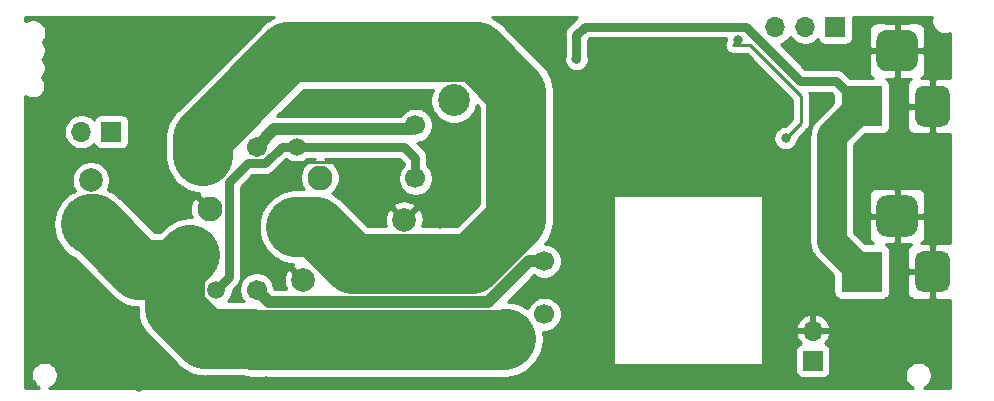
<source format=gbl>
G04 #@! TF.GenerationSoftware,KiCad,Pcbnew,(5.1.6-0-10_14)*
G04 #@! TF.CreationDate,2021-11-25T16:37:17+09:00*
G04 #@! TF.ProjectId,peltier+relay,70656c74-6965-4722-9b72-656c61792e6b,rev?*
G04 #@! TF.SameCoordinates,Original*
G04 #@! TF.FileFunction,Copper,L2,Bot*
G04 #@! TF.FilePolarity,Positive*
%FSLAX46Y46*%
G04 Gerber Fmt 4.6, Leading zero omitted, Abs format (unit mm)*
G04 Created by KiCad (PCBNEW (5.1.6-0-10_14)) date 2021-11-25 16:37:17*
%MOMM*%
%LPD*%
G01*
G04 APERTURE LIST*
G04 #@! TA.AperFunction,ComponentPad*
%ADD10C,2.000000*%
G04 #@! TD*
G04 #@! TA.AperFunction,ComponentPad*
%ADD11R,3.500000X3.500000*%
G04 #@! TD*
G04 #@! TA.AperFunction,ComponentPad*
%ADD12C,2.700000*%
G04 #@! TD*
G04 #@! TA.AperFunction,ComponentPad*
%ADD13C,1.700000*%
G04 #@! TD*
G04 #@! TA.AperFunction,ComponentPad*
%ADD14C,2.108200*%
G04 #@! TD*
G04 #@! TA.AperFunction,ComponentPad*
%ADD15C,2.006600*%
G04 #@! TD*
G04 #@! TA.AperFunction,ComponentPad*
%ADD16C,1.701800*%
G04 #@! TD*
G04 #@! TA.AperFunction,ComponentPad*
%ADD17C,1.498600*%
G04 #@! TD*
G04 #@! TA.AperFunction,ComponentPad*
%ADD18O,1.700000X1.700000*%
G04 #@! TD*
G04 #@! TA.AperFunction,ComponentPad*
%ADD19R,1.700000X1.700000*%
G04 #@! TD*
G04 #@! TA.AperFunction,ViaPad*
%ADD20C,0.800000*%
G04 #@! TD*
G04 #@! TA.AperFunction,Conductor*
%ADD21C,1.000000*%
G04 #@! TD*
G04 #@! TA.AperFunction,Conductor*
%ADD22C,0.750000*%
G04 #@! TD*
G04 #@! TA.AperFunction,Conductor*
%ADD23C,2.540000*%
G04 #@! TD*
G04 #@! TA.AperFunction,Conductor*
%ADD24C,5.080000*%
G04 #@! TD*
G04 #@! TA.AperFunction,Conductor*
%ADD25C,0.250000*%
G04 #@! TD*
G04 #@! TA.AperFunction,Conductor*
%ADD26C,0.254000*%
G04 #@! TD*
G04 APERTURE END LIST*
D10*
X104750000Y-99770000D03*
X104750000Y-96270000D03*
D11*
X170000000Y-104000000D03*
G04 #@! TA.AperFunction,ComponentPad*
G36*
G01*
X177500000Y-103000000D02*
X177500000Y-105000000D01*
G75*
G02*
X176750000Y-105750000I-750000J0D01*
G01*
X175250000Y-105750000D01*
G75*
G02*
X174500000Y-105000000I0J750000D01*
G01*
X174500000Y-103000000D01*
G75*
G02*
X175250000Y-102250000I750000J0D01*
G01*
X176750000Y-102250000D01*
G75*
G02*
X177500000Y-103000000I0J-750000D01*
G01*
G37*
G04 #@! TD.AperFunction*
G04 #@! TA.AperFunction,ComponentPad*
G36*
G01*
X174750000Y-98425000D02*
X174750000Y-100175000D01*
G75*
G02*
X173875000Y-101050000I-875000J0D01*
G01*
X172125000Y-101050000D01*
G75*
G02*
X171250000Y-100175000I0J875000D01*
G01*
X171250000Y-98425000D01*
G75*
G02*
X172125000Y-97550000I875000J0D01*
G01*
X173875000Y-97550000D01*
G75*
G02*
X174750000Y-98425000I0J-875000D01*
G01*
G37*
G04 #@! TD.AperFunction*
G04 #@! TA.AperFunction,ComponentPad*
G36*
G01*
X174750000Y-84425000D02*
X174750000Y-86175000D01*
G75*
G02*
X173875000Y-87050000I-875000J0D01*
G01*
X172125000Y-87050000D01*
G75*
G02*
X171250000Y-86175000I0J875000D01*
G01*
X171250000Y-84425000D01*
G75*
G02*
X172125000Y-83550000I875000J0D01*
G01*
X173875000Y-83550000D01*
G75*
G02*
X174750000Y-84425000I0J-875000D01*
G01*
G37*
G04 #@! TD.AperFunction*
G04 #@! TA.AperFunction,ComponentPad*
G36*
G01*
X177500000Y-89000000D02*
X177500000Y-91000000D01*
G75*
G02*
X176750000Y-91750000I-750000J0D01*
G01*
X175250000Y-91750000D01*
G75*
G02*
X174500000Y-91000000I0J750000D01*
G01*
X174500000Y-89000000D01*
G75*
G02*
X175250000Y-88250000I750000J0D01*
G01*
X176750000Y-88250000D01*
G75*
G02*
X177500000Y-89000000I0J-750000D01*
G01*
G37*
G04 #@! TD.AperFunction*
X170000000Y-90000000D03*
D12*
X139880000Y-109710000D03*
D13*
X143130000Y-107610000D03*
X143130000Y-103110000D03*
D10*
X140780000Y-99610000D03*
D12*
X135480000Y-89510000D03*
D13*
X132230000Y-91610000D03*
X132230000Y-96110000D03*
D10*
X131280000Y-99610000D03*
D14*
X114830000Y-98720000D03*
D15*
X114230000Y-94220000D03*
D16*
X118780000Y-93420000D03*
D17*
X122180000Y-93420000D03*
D14*
X124130000Y-96070000D03*
X122130000Y-100220000D03*
D15*
X122730000Y-104720000D03*
D16*
X118780000Y-105520000D03*
D17*
X115380000Y-105520000D03*
D14*
X113430000Y-102870000D03*
D18*
X162690010Y-83330008D03*
X165230010Y-83330008D03*
D19*
X167770010Y-83330008D03*
D18*
X103940000Y-92160000D03*
D19*
X106480000Y-92160000D03*
D18*
X165879400Y-108996100D03*
D19*
X165879400Y-111536100D03*
D20*
X145860000Y-86010000D03*
X101000000Y-100790000D03*
X99700000Y-103110000D03*
X100720000Y-106740000D03*
X99730000Y-113490000D03*
X99840000Y-110160000D03*
X104200000Y-113500000D03*
X102790000Y-110840000D03*
X104870000Y-108190000D03*
X106740000Y-110780000D03*
X108860000Y-113750000D03*
X114140000Y-113350000D03*
X119600000Y-113240000D03*
X126430000Y-113440000D03*
X133750000Y-113310000D03*
X140290000Y-113430000D03*
X147050000Y-113480000D03*
X118520000Y-97210000D03*
X164950000Y-98940000D03*
X164180000Y-101380000D03*
X165370000Y-103700000D03*
X163760000Y-106490000D03*
X162630000Y-109220000D03*
X176480000Y-113030000D03*
X175170000Y-107320000D03*
X175830000Y-109940000D03*
X171760000Y-108240000D03*
X173150000Y-112070000D03*
X173150000Y-109990000D03*
X168580000Y-112970000D03*
X168803900Y-108996100D03*
X170000000Y-111300000D03*
X170435000Y-94985000D03*
X175380990Y-96219010D03*
X175380990Y-93999010D03*
X169900000Y-99500000D03*
X129900000Y-95400000D03*
X128000000Y-98700000D03*
X107600000Y-95500000D03*
X107750000Y-107900000D03*
X110000000Y-110800000D03*
X110742365Y-99942365D03*
X112530000Y-98720000D03*
X110700000Y-95700000D03*
X108750000Y-97450000D03*
X103200000Y-104200000D03*
X105450000Y-105900000D03*
X129635000Y-97965000D03*
X134300000Y-99950000D03*
X146900000Y-109300000D03*
X144100000Y-110300000D03*
X163568000Y-92702000D03*
X159550000Y-84425000D03*
D21*
X141862066Y-103110000D02*
X143130000Y-103110000D01*
X119850011Y-106590011D02*
X138382055Y-106590011D01*
X138382055Y-106590011D02*
X141862066Y-103110000D01*
X118780000Y-105520000D02*
X119850011Y-106590011D01*
D22*
X122180000Y-93420000D02*
X131280000Y-93420000D01*
X132230000Y-94370000D02*
X132230000Y-96110000D01*
X131280000Y-93420000D02*
X132230000Y-94370000D01*
X120890334Y-93420000D02*
X122180000Y-93420000D01*
X119464433Y-94845901D02*
X120890334Y-93420000D01*
X118009388Y-94845901D02*
X119464433Y-94845901D01*
X116459101Y-96396188D02*
X118009388Y-94845901D01*
X116459101Y-104440899D02*
X116459101Y-96396188D01*
X115380000Y-105520000D02*
X116459101Y-104440899D01*
D23*
X170000000Y-90000000D02*
X167489760Y-92510240D01*
X167489760Y-101489760D02*
X170000000Y-104000000D01*
X167489760Y-92510240D02*
X167489760Y-101489760D01*
D22*
X145860000Y-83954999D02*
X145860000Y-86010000D01*
X146560000Y-83254999D02*
X145860000Y-83954999D01*
X164797000Y-87835000D02*
X160216999Y-83254999D01*
X160216999Y-83254999D02*
X146560000Y-83254999D01*
X167835000Y-87835000D02*
X164797000Y-87835000D01*
X170000000Y-90000000D02*
X167835000Y-87835000D01*
D21*
X131869301Y-91970699D02*
X132230000Y-91610000D01*
X120229301Y-91970699D02*
X131869301Y-91970699D01*
X118780000Y-93420000D02*
X120229301Y-91970699D01*
D24*
X111890699Y-103845135D02*
X113147917Y-102587917D01*
X114405834Y-109710000D02*
X111890699Y-107194865D01*
X111890699Y-107194865D02*
X111890699Y-103845135D01*
X104990001Y-100010001D02*
X104750000Y-100010001D01*
X108825135Y-103845135D02*
X104990001Y-100010001D01*
X111890699Y-103845135D02*
X108825135Y-103845135D01*
X118387934Y-109710000D02*
X118507955Y-109830021D01*
X114405834Y-109710000D02*
X118387934Y-109710000D01*
X139759979Y-109830021D02*
X139880000Y-109710000D01*
X118507955Y-109830021D02*
X139759979Y-109830021D01*
X123770086Y-100220000D02*
X122130000Y-100220000D01*
X126900087Y-103350001D02*
X123770086Y-100220000D01*
X137039999Y-103350001D02*
X126900087Y-103350001D01*
X140780000Y-99610000D02*
X137039999Y-103350001D01*
X140780000Y-88756798D02*
X140780000Y-99610000D01*
X137443201Y-85419999D02*
X140780000Y-88756798D01*
X114230000Y-92655466D02*
X121465467Y-85419999D01*
X121465467Y-85419999D02*
X137443201Y-85419999D01*
X114230000Y-94220000D02*
X114230000Y-92655466D01*
D25*
X121949101Y-94690899D02*
X121050000Y-95590000D01*
X126360899Y-94690899D02*
X121949101Y-94690899D01*
X131280000Y-99610000D02*
X129635000Y-97965000D01*
X129635000Y-97965000D02*
X126360899Y-94690899D01*
X164875000Y-89125000D02*
X160575000Y-84825000D01*
X164875000Y-91395000D02*
X164875000Y-89125000D01*
X159150000Y-84825000D02*
X159550000Y-84425000D01*
X160575000Y-84825000D02*
X159150000Y-84825000D01*
X163568000Y-92702000D02*
X164875000Y-91395000D01*
D26*
G36*
X119692997Y-82767310D02*
G01*
X119209540Y-83164072D01*
X119110110Y-83285228D01*
X112095229Y-90300110D01*
X111974074Y-90399539D01*
X111577311Y-90882996D01*
X111282490Y-91434567D01*
X111100940Y-92033057D01*
X111062375Y-92424615D01*
X111039638Y-92655466D01*
X111055000Y-92811436D01*
X111055000Y-94375972D01*
X111100940Y-94842408D01*
X111282490Y-95440898D01*
X111577311Y-95992469D01*
X111974073Y-96475927D01*
X112457530Y-96872689D01*
X113009101Y-97167510D01*
X113607591Y-97349060D01*
X113899362Y-97377797D01*
X113835616Y-97546010D01*
X114830000Y-98540395D01*
X114844143Y-98526253D01*
X115023748Y-98705858D01*
X115009605Y-98720000D01*
X115023748Y-98734142D01*
X114844143Y-98913748D01*
X114830000Y-98899605D01*
X114815858Y-98913748D01*
X114636252Y-98734142D01*
X114650395Y-98720000D01*
X113656010Y-97725616D01*
X113386078Y-97827910D01*
X113239785Y-98126746D01*
X113154602Y-98448380D01*
X113133805Y-98780453D01*
X113178191Y-99110203D01*
X113281161Y-99410678D01*
X113147917Y-99397555D01*
X112525508Y-99458857D01*
X111927018Y-99640407D01*
X111375448Y-99935228D01*
X111013143Y-100232564D01*
X110575572Y-100670135D01*
X110140263Y-100670135D01*
X107345362Y-97875235D01*
X107245928Y-97754074D01*
X106762471Y-97357312D01*
X106210900Y-97062491D01*
X106190922Y-97056431D01*
X106198918Y-97044463D01*
X106322168Y-96746912D01*
X106385000Y-96431033D01*
X106385000Y-96108967D01*
X106322168Y-95793088D01*
X106198918Y-95495537D01*
X106019987Y-95227748D01*
X105792252Y-95000013D01*
X105524463Y-94821082D01*
X105226912Y-94697832D01*
X104911033Y-94635000D01*
X104588967Y-94635000D01*
X104273088Y-94697832D01*
X103975537Y-94821082D01*
X103707748Y-95000013D01*
X103480013Y-95227748D01*
X103301082Y-95495537D01*
X103177832Y-95793088D01*
X103115000Y-96108967D01*
X103115000Y-96431033D01*
X103177832Y-96746912D01*
X103301082Y-97044463D01*
X103369964Y-97147552D01*
X102977530Y-97357312D01*
X102494073Y-97754074D01*
X102097311Y-98237531D01*
X101802490Y-98789102D01*
X101620940Y-99387592D01*
X101559638Y-100010001D01*
X101620940Y-100632410D01*
X101802490Y-101230900D01*
X102097311Y-101782471D01*
X102494073Y-102265928D01*
X102977530Y-102662690D01*
X103353550Y-102863677D01*
X106469778Y-105979906D01*
X106569208Y-106101062D01*
X106936439Y-106402440D01*
X107052665Y-106497824D01*
X107604236Y-106792645D01*
X108202726Y-106974195D01*
X108715699Y-107024718D01*
X108715699Y-107038895D01*
X108700337Y-107194865D01*
X108715699Y-107350835D01*
X108715699Y-107350837D01*
X108761639Y-107817273D01*
X108943189Y-108415763D01*
X109238010Y-108967334D01*
X109634772Y-109450792D01*
X109755933Y-109550226D01*
X112050477Y-111844771D01*
X112149907Y-111965927D01*
X112633364Y-112362689D01*
X113184935Y-112657510D01*
X113783425Y-112839060D01*
X114249861Y-112885000D01*
X114249863Y-112885000D01*
X114405833Y-112900362D01*
X114561803Y-112885000D01*
X117641334Y-112885000D01*
X117885546Y-112959081D01*
X118351982Y-113005021D01*
X118351984Y-113005021D01*
X118507954Y-113020383D01*
X118663924Y-113005021D01*
X139604009Y-113005021D01*
X139759979Y-113020383D01*
X139915949Y-113005021D01*
X139915952Y-113005021D01*
X140382388Y-112959081D01*
X140980878Y-112777531D01*
X141532449Y-112482710D01*
X142015906Y-112085948D01*
X142115340Y-111964787D01*
X142235353Y-111844774D01*
X142532688Y-111482470D01*
X142827510Y-110930898D01*
X143009059Y-110332409D01*
X143070362Y-109710001D01*
X143009789Y-109095000D01*
X143276260Y-109095000D01*
X143563158Y-109037932D01*
X143833411Y-108925990D01*
X144076632Y-108763475D01*
X144283475Y-108556632D01*
X144445990Y-108313411D01*
X144557932Y-108043158D01*
X144615000Y-107756260D01*
X144615000Y-107463740D01*
X144557932Y-107176842D01*
X144445990Y-106906589D01*
X144283475Y-106663368D01*
X144076632Y-106456525D01*
X143833411Y-106294010D01*
X143563158Y-106182068D01*
X143276260Y-106125000D01*
X142983740Y-106125000D01*
X142696842Y-106182068D01*
X142426589Y-106294010D01*
X142183368Y-106456525D01*
X141976525Y-106663368D01*
X141814010Y-106906589D01*
X141726435Y-107118014D01*
X141652469Y-107057312D01*
X141100898Y-106762490D01*
X140502408Y-106580941D01*
X140041639Y-106535558D01*
X142261510Y-104315688D01*
X142426589Y-104425990D01*
X142696842Y-104537932D01*
X142983740Y-104595000D01*
X143276260Y-104595000D01*
X143563158Y-104537932D01*
X143833411Y-104425990D01*
X144076632Y-104263475D01*
X144283475Y-104056632D01*
X144445990Y-103813411D01*
X144557932Y-103543158D01*
X144615000Y-103256260D01*
X144615000Y-102963740D01*
X144557932Y-102676842D01*
X144445990Y-102406589D01*
X144283475Y-102163368D01*
X144076632Y-101956525D01*
X143833411Y-101794010D01*
X143563158Y-101682068D01*
X143276260Y-101625000D01*
X143233650Y-101625000D01*
X143314692Y-101526250D01*
X143432689Y-101382471D01*
X143727510Y-100830899D01*
X143732197Y-100815447D01*
X143909060Y-100232409D01*
X143955000Y-99765973D01*
X143955000Y-99765971D01*
X143970362Y-99610001D01*
X143955000Y-99454031D01*
X143955000Y-97655000D01*
X148963000Y-97655000D01*
X148963000Y-111752000D01*
X148965440Y-111776776D01*
X148972667Y-111800601D01*
X148984403Y-111822557D01*
X149000197Y-111841803D01*
X149019443Y-111857597D01*
X149041399Y-111869333D01*
X149065224Y-111876560D01*
X149090000Y-111879000D01*
X161536000Y-111879000D01*
X161560776Y-111876560D01*
X161584601Y-111869333D01*
X161606557Y-111857597D01*
X161625803Y-111841803D01*
X161641597Y-111822557D01*
X161653333Y-111800601D01*
X161660560Y-111776776D01*
X161663000Y-111752000D01*
X161663000Y-110686100D01*
X164391328Y-110686100D01*
X164391328Y-112386100D01*
X164403588Y-112510582D01*
X164439898Y-112630280D01*
X164498863Y-112740594D01*
X164578215Y-112837285D01*
X164674906Y-112916637D01*
X164785220Y-112975602D01*
X164904918Y-113011912D01*
X165029400Y-113024172D01*
X166729400Y-113024172D01*
X166853882Y-113011912D01*
X166973580Y-112975602D01*
X167083894Y-112916637D01*
X167180585Y-112837285D01*
X167259937Y-112740594D01*
X167318902Y-112630280D01*
X167355212Y-112510582D01*
X167367472Y-112386100D01*
X167367472Y-110686100D01*
X167355212Y-110561618D01*
X167318902Y-110441920D01*
X167259937Y-110331606D01*
X167180585Y-110234915D01*
X167083894Y-110155563D01*
X166973580Y-110096598D01*
X166892934Y-110072134D01*
X166976988Y-109996369D01*
X167151041Y-109763020D01*
X167276225Y-109500199D01*
X167320876Y-109352990D01*
X167199555Y-109123100D01*
X166006400Y-109123100D01*
X166006400Y-109143100D01*
X165752400Y-109143100D01*
X165752400Y-109123100D01*
X164559245Y-109123100D01*
X164437924Y-109352990D01*
X164482575Y-109500199D01*
X164607759Y-109763020D01*
X164781812Y-109996369D01*
X164865866Y-110072134D01*
X164785220Y-110096598D01*
X164674906Y-110155563D01*
X164578215Y-110234915D01*
X164498863Y-110331606D01*
X164439898Y-110441920D01*
X164403588Y-110561618D01*
X164391328Y-110686100D01*
X161663000Y-110686100D01*
X161663000Y-108639210D01*
X164437924Y-108639210D01*
X164559245Y-108869100D01*
X165752400Y-108869100D01*
X165752400Y-107675286D01*
X166006400Y-107675286D01*
X166006400Y-108869100D01*
X167199555Y-108869100D01*
X167320876Y-108639210D01*
X167276225Y-108492001D01*
X167151041Y-108229180D01*
X166976988Y-107995831D01*
X166760755Y-107800922D01*
X166510652Y-107651943D01*
X166236291Y-107554619D01*
X166006400Y-107675286D01*
X165752400Y-107675286D01*
X165522509Y-107554619D01*
X165248148Y-107651943D01*
X164998045Y-107800922D01*
X164781812Y-107995831D01*
X164607759Y-108229180D01*
X164482575Y-108492001D01*
X164437924Y-108639210D01*
X161663000Y-108639210D01*
X161663000Y-97655000D01*
X161660560Y-97630224D01*
X161653333Y-97606399D01*
X161641597Y-97584443D01*
X161625803Y-97565197D01*
X161606557Y-97549403D01*
X161584601Y-97537667D01*
X161560776Y-97530440D01*
X161536000Y-97528000D01*
X149090000Y-97528000D01*
X149065224Y-97530440D01*
X149041399Y-97537667D01*
X149019443Y-97549403D01*
X149000197Y-97565197D01*
X148984403Y-97584443D01*
X148972667Y-97606399D01*
X148965440Y-97630224D01*
X148963000Y-97655000D01*
X143955000Y-97655000D01*
X143955000Y-88912767D01*
X143970362Y-88756797D01*
X143954426Y-88594999D01*
X143909060Y-88134389D01*
X143727510Y-87535899D01*
X143432689Y-86984328D01*
X143035927Y-86500871D01*
X142914772Y-86401442D01*
X139798562Y-83285233D01*
X139699128Y-83164072D01*
X139215671Y-82767310D01*
X138668798Y-82475000D01*
X145918361Y-82475000D01*
X145842367Y-82537366D01*
X145810743Y-82575900D01*
X145180905Y-83205739D01*
X145142367Y-83237366D01*
X145016153Y-83391159D01*
X144922369Y-83566619D01*
X144922368Y-83566620D01*
X144864615Y-83757005D01*
X144845114Y-83954999D01*
X144850000Y-84004607D01*
X144850001Y-85782372D01*
X144825000Y-85908061D01*
X144825000Y-86111939D01*
X144864774Y-86311898D01*
X144942795Y-86500256D01*
X145056063Y-86669774D01*
X145200226Y-86813937D01*
X145369744Y-86927205D01*
X145558102Y-87005226D01*
X145758061Y-87045000D01*
X145961939Y-87045000D01*
X146161898Y-87005226D01*
X146350256Y-86927205D01*
X146519774Y-86813937D01*
X146663937Y-86669774D01*
X146777205Y-86500256D01*
X146855226Y-86311898D01*
X146895000Y-86111939D01*
X146895000Y-85908061D01*
X146870000Y-85782377D01*
X146870000Y-84373354D01*
X146978356Y-84264999D01*
X158526549Y-84264999D01*
X158515000Y-84323061D01*
X158515000Y-84400773D01*
X158444454Y-84532753D01*
X158400997Y-84676014D01*
X158386323Y-84825000D01*
X158400997Y-84973986D01*
X158444454Y-85117247D01*
X158515026Y-85249276D01*
X158609999Y-85365001D01*
X158725724Y-85459974D01*
X158857753Y-85530546D01*
X159001014Y-85574003D01*
X159112667Y-85585000D01*
X159112678Y-85585000D01*
X159150000Y-85588676D01*
X159187322Y-85585000D01*
X160260199Y-85585000D01*
X164115001Y-89439803D01*
X164115000Y-91080198D01*
X163528199Y-91667000D01*
X163466061Y-91667000D01*
X163266102Y-91706774D01*
X163077744Y-91784795D01*
X162908226Y-91898063D01*
X162764063Y-92042226D01*
X162650795Y-92211744D01*
X162572774Y-92400102D01*
X162533000Y-92600061D01*
X162533000Y-92803939D01*
X162572774Y-93003898D01*
X162650795Y-93192256D01*
X162764063Y-93361774D01*
X162908226Y-93505937D01*
X163077744Y-93619205D01*
X163266102Y-93697226D01*
X163466061Y-93737000D01*
X163669939Y-93737000D01*
X163869898Y-93697226D01*
X164058256Y-93619205D01*
X164227774Y-93505937D01*
X164371937Y-93361774D01*
X164485205Y-93192256D01*
X164563226Y-93003898D01*
X164603000Y-92803939D01*
X164603000Y-92741801D01*
X165386004Y-91958798D01*
X165415001Y-91935001D01*
X165445315Y-91898063D01*
X165509974Y-91819277D01*
X165580546Y-91687247D01*
X165603978Y-91610001D01*
X165624003Y-91543986D01*
X165635000Y-91432333D01*
X165635000Y-91432324D01*
X165638676Y-91395001D01*
X165635000Y-91357678D01*
X165635000Y-89162322D01*
X165638676Y-89124999D01*
X165635000Y-89087676D01*
X165635000Y-89087667D01*
X165624003Y-88976014D01*
X165584261Y-88845000D01*
X167416645Y-88845000D01*
X167611928Y-89040283D01*
X167611928Y-89693996D01*
X166208905Y-91097020D01*
X166136204Y-91156684D01*
X165898147Y-91446758D01*
X165721254Y-91777702D01*
X165612324Y-92136796D01*
X165591843Y-92344744D01*
X165575543Y-92510240D01*
X165584760Y-92603820D01*
X165584761Y-101396171D01*
X165575543Y-101489760D01*
X165612325Y-101863205D01*
X165721255Y-102222299D01*
X165898147Y-102553242D01*
X165956411Y-102624236D01*
X166136205Y-102843316D01*
X166208900Y-102902975D01*
X167611928Y-104306004D01*
X167611928Y-105750000D01*
X167624188Y-105874482D01*
X167660498Y-105994180D01*
X167719463Y-106104494D01*
X167798815Y-106201185D01*
X167895506Y-106280537D01*
X168005820Y-106339502D01*
X168125518Y-106375812D01*
X168250000Y-106388072D01*
X171750000Y-106388072D01*
X171874482Y-106375812D01*
X171994180Y-106339502D01*
X172104494Y-106280537D01*
X172201185Y-106201185D01*
X172280537Y-106104494D01*
X172339502Y-105994180D01*
X172375812Y-105874482D01*
X172388072Y-105750000D01*
X173861928Y-105750000D01*
X173874188Y-105874482D01*
X173910498Y-105994180D01*
X173969463Y-106104494D01*
X174048815Y-106201185D01*
X174145506Y-106280537D01*
X174255820Y-106339502D01*
X174375518Y-106375812D01*
X174500000Y-106388072D01*
X175714250Y-106385000D01*
X175873000Y-106226250D01*
X175873000Y-104127000D01*
X174023750Y-104127000D01*
X173865000Y-104285750D01*
X173861928Y-105750000D01*
X172388072Y-105750000D01*
X172388072Y-102250000D01*
X172375812Y-102125518D01*
X172339502Y-102005820D01*
X172280537Y-101895506D01*
X172201185Y-101798815D01*
X172104494Y-101719463D01*
X172042655Y-101686409D01*
X172714250Y-101685000D01*
X172873000Y-101526250D01*
X172873000Y-99427000D01*
X173127000Y-99427000D01*
X173127000Y-101526250D01*
X173285750Y-101685000D01*
X174206367Y-101686931D01*
X174145506Y-101719463D01*
X174048815Y-101798815D01*
X173969463Y-101895506D01*
X173910498Y-102005820D01*
X173874188Y-102125518D01*
X173861928Y-102250000D01*
X173865000Y-103714250D01*
X174023750Y-103873000D01*
X175873000Y-103873000D01*
X175873000Y-101773750D01*
X175714250Y-101615000D01*
X175043195Y-101613302D01*
X175104494Y-101580537D01*
X175201185Y-101501185D01*
X175280537Y-101404494D01*
X175339502Y-101294180D01*
X175375812Y-101174482D01*
X175388072Y-101050000D01*
X175385000Y-99585750D01*
X175226250Y-99427000D01*
X173127000Y-99427000D01*
X172873000Y-99427000D01*
X170773750Y-99427000D01*
X170615000Y-99585750D01*
X170611928Y-101050000D01*
X170624188Y-101174482D01*
X170660498Y-101294180D01*
X170719463Y-101404494D01*
X170798815Y-101501185D01*
X170895506Y-101580537D01*
X170954233Y-101611928D01*
X170306004Y-101611928D01*
X169394760Y-100700685D01*
X169394760Y-97550000D01*
X170611928Y-97550000D01*
X170615000Y-99014250D01*
X170773750Y-99173000D01*
X172873000Y-99173000D01*
X172873000Y-97073750D01*
X173127000Y-97073750D01*
X173127000Y-99173000D01*
X175226250Y-99173000D01*
X175385000Y-99014250D01*
X175388072Y-97550000D01*
X175375812Y-97425518D01*
X175339502Y-97305820D01*
X175280537Y-97195506D01*
X175201185Y-97098815D01*
X175104494Y-97019463D01*
X174994180Y-96960498D01*
X174874482Y-96924188D01*
X174750000Y-96911928D01*
X173285750Y-96915000D01*
X173127000Y-97073750D01*
X172873000Y-97073750D01*
X172714250Y-96915000D01*
X171250000Y-96911928D01*
X171125518Y-96924188D01*
X171005820Y-96960498D01*
X170895506Y-97019463D01*
X170798815Y-97098815D01*
X170719463Y-97195506D01*
X170660498Y-97305820D01*
X170624188Y-97425518D01*
X170611928Y-97550000D01*
X169394760Y-97550000D01*
X169394760Y-93299315D01*
X170306004Y-92388072D01*
X171750000Y-92388072D01*
X171874482Y-92375812D01*
X171994180Y-92339502D01*
X172104494Y-92280537D01*
X172201185Y-92201185D01*
X172280537Y-92104494D01*
X172339502Y-91994180D01*
X172375812Y-91874482D01*
X172388072Y-91750000D01*
X173861928Y-91750000D01*
X173874188Y-91874482D01*
X173910498Y-91994180D01*
X173969463Y-92104494D01*
X174048815Y-92201185D01*
X174145506Y-92280537D01*
X174255820Y-92339502D01*
X174375518Y-92375812D01*
X174500000Y-92388072D01*
X175714250Y-92385000D01*
X175873000Y-92226250D01*
X175873000Y-90127000D01*
X174023750Y-90127000D01*
X173865000Y-90285750D01*
X173861928Y-91750000D01*
X172388072Y-91750000D01*
X172388072Y-88250000D01*
X172375812Y-88125518D01*
X172339502Y-88005820D01*
X172280537Y-87895506D01*
X172201185Y-87798815D01*
X172104494Y-87719463D01*
X172042655Y-87686409D01*
X172714250Y-87685000D01*
X172873000Y-87526250D01*
X172873000Y-85427000D01*
X173127000Y-85427000D01*
X173127000Y-87526250D01*
X173285750Y-87685000D01*
X174206367Y-87686931D01*
X174145506Y-87719463D01*
X174048815Y-87798815D01*
X173969463Y-87895506D01*
X173910498Y-88005820D01*
X173874188Y-88125518D01*
X173861928Y-88250000D01*
X173865000Y-89714250D01*
X174023750Y-89873000D01*
X175873000Y-89873000D01*
X175873000Y-87773750D01*
X175714250Y-87615000D01*
X175043195Y-87613302D01*
X175104494Y-87580537D01*
X175201185Y-87501185D01*
X175280537Y-87404494D01*
X175339502Y-87294180D01*
X175375812Y-87174482D01*
X175388072Y-87050000D01*
X175385000Y-85585750D01*
X175226250Y-85427000D01*
X173127000Y-85427000D01*
X172873000Y-85427000D01*
X170773750Y-85427000D01*
X170615000Y-85585750D01*
X170611928Y-87050000D01*
X170624188Y-87174482D01*
X170660498Y-87294180D01*
X170719463Y-87404494D01*
X170798815Y-87501185D01*
X170895506Y-87580537D01*
X170954233Y-87611928D01*
X169040283Y-87611928D01*
X168584261Y-87155906D01*
X168552633Y-87117367D01*
X168398840Y-86991153D01*
X168223380Y-86897368D01*
X168032994Y-86839615D01*
X167884608Y-86825000D01*
X167835000Y-86820114D01*
X167785392Y-86825000D01*
X165215356Y-86825000D01*
X163140936Y-84750580D01*
X163393421Y-84645998D01*
X163636642Y-84483483D01*
X163843485Y-84276640D01*
X163960010Y-84102248D01*
X164076535Y-84276640D01*
X164283378Y-84483483D01*
X164526599Y-84645998D01*
X164796852Y-84757940D01*
X165083750Y-84815008D01*
X165376270Y-84815008D01*
X165663168Y-84757940D01*
X165933421Y-84645998D01*
X166176642Y-84483483D01*
X166308497Y-84351628D01*
X166330508Y-84424188D01*
X166389473Y-84534502D01*
X166468825Y-84631193D01*
X166565516Y-84710545D01*
X166675830Y-84769510D01*
X166795528Y-84805820D01*
X166920010Y-84818080D01*
X168620010Y-84818080D01*
X168744492Y-84805820D01*
X168864190Y-84769510D01*
X168974504Y-84710545D01*
X169071195Y-84631193D01*
X169150547Y-84534502D01*
X169209512Y-84424188D01*
X169245822Y-84304490D01*
X169258082Y-84180008D01*
X169258082Y-83550000D01*
X170611928Y-83550000D01*
X170615000Y-85014250D01*
X170773750Y-85173000D01*
X172873000Y-85173000D01*
X172873000Y-83073750D01*
X173127000Y-83073750D01*
X173127000Y-85173000D01*
X175226250Y-85173000D01*
X175385000Y-85014250D01*
X175388072Y-83550000D01*
X175375812Y-83425518D01*
X175339502Y-83305820D01*
X175280537Y-83195506D01*
X175201185Y-83098815D01*
X175104494Y-83019463D01*
X174994180Y-82960498D01*
X174874482Y-82924188D01*
X174750000Y-82911928D01*
X173285750Y-82915000D01*
X173127000Y-83073750D01*
X172873000Y-83073750D01*
X172714250Y-82915000D01*
X171250000Y-82911928D01*
X171125518Y-82924188D01*
X171005820Y-82960498D01*
X170895506Y-83019463D01*
X170798815Y-83098815D01*
X170719463Y-83195506D01*
X170660498Y-83305820D01*
X170624188Y-83425518D01*
X170611928Y-83550000D01*
X169258082Y-83550000D01*
X169258082Y-82480008D01*
X169257589Y-82475000D01*
X175946722Y-82475000D01*
X175910562Y-82656790D01*
X175910562Y-82883210D01*
X175954734Y-83105279D01*
X176041381Y-83314463D01*
X176167173Y-83502724D01*
X176327276Y-83662827D01*
X176515537Y-83788619D01*
X176724721Y-83875266D01*
X176946790Y-83919438D01*
X177173210Y-83919438D01*
X177395279Y-83875266D01*
X177486000Y-83837688D01*
X177486000Y-87611963D01*
X176285750Y-87615000D01*
X176127000Y-87773750D01*
X176127000Y-89873000D01*
X176147000Y-89873000D01*
X176147000Y-90127000D01*
X176127000Y-90127000D01*
X176127000Y-92226250D01*
X176285750Y-92385000D01*
X177486000Y-92388037D01*
X177486001Y-101611963D01*
X176285750Y-101615000D01*
X176127000Y-101773750D01*
X176127000Y-103873000D01*
X176147000Y-103873000D01*
X176147000Y-104127000D01*
X176127000Y-104127000D01*
X176127000Y-106226250D01*
X176285750Y-106385000D01*
X177486001Y-106388037D01*
X177486001Y-113835000D01*
X175242490Y-113835000D01*
X175354463Y-113788619D01*
X175542724Y-113662827D01*
X175702827Y-113502724D01*
X175828619Y-113314463D01*
X175915266Y-113105279D01*
X175959438Y-112883210D01*
X175959438Y-112656790D01*
X175915266Y-112434721D01*
X175828619Y-112225537D01*
X175702827Y-112037276D01*
X175542724Y-111877173D01*
X175354463Y-111751381D01*
X175145279Y-111664734D01*
X174923210Y-111620562D01*
X174696790Y-111620562D01*
X174474721Y-111664734D01*
X174265537Y-111751381D01*
X174077276Y-111877173D01*
X173917173Y-112037276D01*
X173791381Y-112225537D01*
X173704734Y-112434721D01*
X173660562Y-112656790D01*
X173660562Y-112883210D01*
X173704734Y-113105279D01*
X173791381Y-113314463D01*
X173917173Y-113502724D01*
X174077276Y-113662827D01*
X174265537Y-113788619D01*
X174377510Y-113835000D01*
X101242490Y-113835000D01*
X101354463Y-113788619D01*
X101542724Y-113662827D01*
X101702827Y-113502724D01*
X101828619Y-113314463D01*
X101915266Y-113105279D01*
X101959438Y-112883210D01*
X101959438Y-112656790D01*
X101915266Y-112434721D01*
X101828619Y-112225537D01*
X101702827Y-112037276D01*
X101542724Y-111877173D01*
X101354463Y-111751381D01*
X101145279Y-111664734D01*
X100923210Y-111620562D01*
X100696790Y-111620562D01*
X100474721Y-111664734D01*
X100265537Y-111751381D01*
X100077276Y-111877173D01*
X99917173Y-112037276D01*
X99791381Y-112225537D01*
X99704734Y-112434721D01*
X99660562Y-112656790D01*
X99660562Y-112883210D01*
X99704734Y-113105279D01*
X99791381Y-113314463D01*
X99917173Y-113502724D01*
X100077276Y-113662827D01*
X100265537Y-113788619D01*
X100377510Y-113835000D01*
X99185000Y-113835000D01*
X99185000Y-92013740D01*
X102455000Y-92013740D01*
X102455000Y-92306260D01*
X102512068Y-92593158D01*
X102624010Y-92863411D01*
X102786525Y-93106632D01*
X102993368Y-93313475D01*
X103236589Y-93475990D01*
X103506842Y-93587932D01*
X103793740Y-93645000D01*
X104086260Y-93645000D01*
X104373158Y-93587932D01*
X104643411Y-93475990D01*
X104886632Y-93313475D01*
X105018487Y-93181620D01*
X105040498Y-93254180D01*
X105099463Y-93364494D01*
X105178815Y-93461185D01*
X105275506Y-93540537D01*
X105385820Y-93599502D01*
X105505518Y-93635812D01*
X105630000Y-93648072D01*
X107330000Y-93648072D01*
X107454482Y-93635812D01*
X107574180Y-93599502D01*
X107684494Y-93540537D01*
X107781185Y-93461185D01*
X107860537Y-93364494D01*
X107919502Y-93254180D01*
X107955812Y-93134482D01*
X107968072Y-93010000D01*
X107968072Y-91310000D01*
X107955812Y-91185518D01*
X107919502Y-91065820D01*
X107860537Y-90955506D01*
X107781185Y-90858815D01*
X107684494Y-90779463D01*
X107574180Y-90720498D01*
X107454482Y-90684188D01*
X107330000Y-90671928D01*
X105630000Y-90671928D01*
X105505518Y-90684188D01*
X105385820Y-90720498D01*
X105275506Y-90779463D01*
X105178815Y-90858815D01*
X105099463Y-90955506D01*
X105040498Y-91065820D01*
X105018487Y-91138380D01*
X104886632Y-91006525D01*
X104643411Y-90844010D01*
X104373158Y-90732068D01*
X104086260Y-90675000D01*
X103793740Y-90675000D01*
X103506842Y-90732068D01*
X103236589Y-90844010D01*
X102993368Y-91006525D01*
X102786525Y-91213368D01*
X102624010Y-91456589D01*
X102512068Y-91726842D01*
X102455000Y-92013740D01*
X99185000Y-92013740D01*
X99185000Y-89145039D01*
X99300892Y-89222475D01*
X99496493Y-89303496D01*
X99704141Y-89344800D01*
X99915859Y-89344800D01*
X100123507Y-89303496D01*
X100319108Y-89222475D01*
X100495145Y-89104851D01*
X100644851Y-88955145D01*
X100762475Y-88779108D01*
X100843496Y-88583507D01*
X100884800Y-88375859D01*
X100884800Y-88164141D01*
X100843496Y-87956493D01*
X100762475Y-87760892D01*
X100644851Y-87584855D01*
X100597589Y-87537593D01*
X100664177Y-87471005D01*
X100784523Y-87290893D01*
X100867419Y-87090765D01*
X100909679Y-86878309D01*
X100909679Y-86661691D01*
X100867419Y-86449235D01*
X100784523Y-86249107D01*
X100664177Y-86068995D01*
X100632774Y-86037592D01*
X100683502Y-85986864D01*
X100806571Y-85802678D01*
X100891343Y-85598022D01*
X100934559Y-85380759D01*
X100934559Y-85159241D01*
X100891343Y-84941978D01*
X100806571Y-84737322D01*
X100683502Y-84553136D01*
X100667959Y-84537593D01*
X100702827Y-84502724D01*
X100828619Y-84314463D01*
X100915266Y-84105279D01*
X100959438Y-83883210D01*
X100959438Y-83656790D01*
X100915266Y-83434721D01*
X100828619Y-83225537D01*
X100702827Y-83037276D01*
X100542724Y-82877173D01*
X100354463Y-82751381D01*
X100145279Y-82664734D01*
X99923210Y-82620562D01*
X99696790Y-82620562D01*
X99474721Y-82664734D01*
X99265537Y-82751381D01*
X99185000Y-82805194D01*
X99185000Y-82475000D01*
X120239870Y-82475000D01*
X119692997Y-82767310D01*
G37*
X119692997Y-82767310D02*
X119209540Y-83164072D01*
X119110110Y-83285228D01*
X112095229Y-90300110D01*
X111974074Y-90399539D01*
X111577311Y-90882996D01*
X111282490Y-91434567D01*
X111100940Y-92033057D01*
X111062375Y-92424615D01*
X111039638Y-92655466D01*
X111055000Y-92811436D01*
X111055000Y-94375972D01*
X111100940Y-94842408D01*
X111282490Y-95440898D01*
X111577311Y-95992469D01*
X111974073Y-96475927D01*
X112457530Y-96872689D01*
X113009101Y-97167510D01*
X113607591Y-97349060D01*
X113899362Y-97377797D01*
X113835616Y-97546010D01*
X114830000Y-98540395D01*
X114844143Y-98526253D01*
X115023748Y-98705858D01*
X115009605Y-98720000D01*
X115023748Y-98734142D01*
X114844143Y-98913748D01*
X114830000Y-98899605D01*
X114815858Y-98913748D01*
X114636252Y-98734142D01*
X114650395Y-98720000D01*
X113656010Y-97725616D01*
X113386078Y-97827910D01*
X113239785Y-98126746D01*
X113154602Y-98448380D01*
X113133805Y-98780453D01*
X113178191Y-99110203D01*
X113281161Y-99410678D01*
X113147917Y-99397555D01*
X112525508Y-99458857D01*
X111927018Y-99640407D01*
X111375448Y-99935228D01*
X111013143Y-100232564D01*
X110575572Y-100670135D01*
X110140263Y-100670135D01*
X107345362Y-97875235D01*
X107245928Y-97754074D01*
X106762471Y-97357312D01*
X106210900Y-97062491D01*
X106190922Y-97056431D01*
X106198918Y-97044463D01*
X106322168Y-96746912D01*
X106385000Y-96431033D01*
X106385000Y-96108967D01*
X106322168Y-95793088D01*
X106198918Y-95495537D01*
X106019987Y-95227748D01*
X105792252Y-95000013D01*
X105524463Y-94821082D01*
X105226912Y-94697832D01*
X104911033Y-94635000D01*
X104588967Y-94635000D01*
X104273088Y-94697832D01*
X103975537Y-94821082D01*
X103707748Y-95000013D01*
X103480013Y-95227748D01*
X103301082Y-95495537D01*
X103177832Y-95793088D01*
X103115000Y-96108967D01*
X103115000Y-96431033D01*
X103177832Y-96746912D01*
X103301082Y-97044463D01*
X103369964Y-97147552D01*
X102977530Y-97357312D01*
X102494073Y-97754074D01*
X102097311Y-98237531D01*
X101802490Y-98789102D01*
X101620940Y-99387592D01*
X101559638Y-100010001D01*
X101620940Y-100632410D01*
X101802490Y-101230900D01*
X102097311Y-101782471D01*
X102494073Y-102265928D01*
X102977530Y-102662690D01*
X103353550Y-102863677D01*
X106469778Y-105979906D01*
X106569208Y-106101062D01*
X106936439Y-106402440D01*
X107052665Y-106497824D01*
X107604236Y-106792645D01*
X108202726Y-106974195D01*
X108715699Y-107024718D01*
X108715699Y-107038895D01*
X108700337Y-107194865D01*
X108715699Y-107350835D01*
X108715699Y-107350837D01*
X108761639Y-107817273D01*
X108943189Y-108415763D01*
X109238010Y-108967334D01*
X109634772Y-109450792D01*
X109755933Y-109550226D01*
X112050477Y-111844771D01*
X112149907Y-111965927D01*
X112633364Y-112362689D01*
X113184935Y-112657510D01*
X113783425Y-112839060D01*
X114249861Y-112885000D01*
X114249863Y-112885000D01*
X114405833Y-112900362D01*
X114561803Y-112885000D01*
X117641334Y-112885000D01*
X117885546Y-112959081D01*
X118351982Y-113005021D01*
X118351984Y-113005021D01*
X118507954Y-113020383D01*
X118663924Y-113005021D01*
X139604009Y-113005021D01*
X139759979Y-113020383D01*
X139915949Y-113005021D01*
X139915952Y-113005021D01*
X140382388Y-112959081D01*
X140980878Y-112777531D01*
X141532449Y-112482710D01*
X142015906Y-112085948D01*
X142115340Y-111964787D01*
X142235353Y-111844774D01*
X142532688Y-111482470D01*
X142827510Y-110930898D01*
X143009059Y-110332409D01*
X143070362Y-109710001D01*
X143009789Y-109095000D01*
X143276260Y-109095000D01*
X143563158Y-109037932D01*
X143833411Y-108925990D01*
X144076632Y-108763475D01*
X144283475Y-108556632D01*
X144445990Y-108313411D01*
X144557932Y-108043158D01*
X144615000Y-107756260D01*
X144615000Y-107463740D01*
X144557932Y-107176842D01*
X144445990Y-106906589D01*
X144283475Y-106663368D01*
X144076632Y-106456525D01*
X143833411Y-106294010D01*
X143563158Y-106182068D01*
X143276260Y-106125000D01*
X142983740Y-106125000D01*
X142696842Y-106182068D01*
X142426589Y-106294010D01*
X142183368Y-106456525D01*
X141976525Y-106663368D01*
X141814010Y-106906589D01*
X141726435Y-107118014D01*
X141652469Y-107057312D01*
X141100898Y-106762490D01*
X140502408Y-106580941D01*
X140041639Y-106535558D01*
X142261510Y-104315688D01*
X142426589Y-104425990D01*
X142696842Y-104537932D01*
X142983740Y-104595000D01*
X143276260Y-104595000D01*
X143563158Y-104537932D01*
X143833411Y-104425990D01*
X144076632Y-104263475D01*
X144283475Y-104056632D01*
X144445990Y-103813411D01*
X144557932Y-103543158D01*
X144615000Y-103256260D01*
X144615000Y-102963740D01*
X144557932Y-102676842D01*
X144445990Y-102406589D01*
X144283475Y-102163368D01*
X144076632Y-101956525D01*
X143833411Y-101794010D01*
X143563158Y-101682068D01*
X143276260Y-101625000D01*
X143233650Y-101625000D01*
X143314692Y-101526250D01*
X143432689Y-101382471D01*
X143727510Y-100830899D01*
X143732197Y-100815447D01*
X143909060Y-100232409D01*
X143955000Y-99765973D01*
X143955000Y-99765971D01*
X143970362Y-99610001D01*
X143955000Y-99454031D01*
X143955000Y-97655000D01*
X148963000Y-97655000D01*
X148963000Y-111752000D01*
X148965440Y-111776776D01*
X148972667Y-111800601D01*
X148984403Y-111822557D01*
X149000197Y-111841803D01*
X149019443Y-111857597D01*
X149041399Y-111869333D01*
X149065224Y-111876560D01*
X149090000Y-111879000D01*
X161536000Y-111879000D01*
X161560776Y-111876560D01*
X161584601Y-111869333D01*
X161606557Y-111857597D01*
X161625803Y-111841803D01*
X161641597Y-111822557D01*
X161653333Y-111800601D01*
X161660560Y-111776776D01*
X161663000Y-111752000D01*
X161663000Y-110686100D01*
X164391328Y-110686100D01*
X164391328Y-112386100D01*
X164403588Y-112510582D01*
X164439898Y-112630280D01*
X164498863Y-112740594D01*
X164578215Y-112837285D01*
X164674906Y-112916637D01*
X164785220Y-112975602D01*
X164904918Y-113011912D01*
X165029400Y-113024172D01*
X166729400Y-113024172D01*
X166853882Y-113011912D01*
X166973580Y-112975602D01*
X167083894Y-112916637D01*
X167180585Y-112837285D01*
X167259937Y-112740594D01*
X167318902Y-112630280D01*
X167355212Y-112510582D01*
X167367472Y-112386100D01*
X167367472Y-110686100D01*
X167355212Y-110561618D01*
X167318902Y-110441920D01*
X167259937Y-110331606D01*
X167180585Y-110234915D01*
X167083894Y-110155563D01*
X166973580Y-110096598D01*
X166892934Y-110072134D01*
X166976988Y-109996369D01*
X167151041Y-109763020D01*
X167276225Y-109500199D01*
X167320876Y-109352990D01*
X167199555Y-109123100D01*
X166006400Y-109123100D01*
X166006400Y-109143100D01*
X165752400Y-109143100D01*
X165752400Y-109123100D01*
X164559245Y-109123100D01*
X164437924Y-109352990D01*
X164482575Y-109500199D01*
X164607759Y-109763020D01*
X164781812Y-109996369D01*
X164865866Y-110072134D01*
X164785220Y-110096598D01*
X164674906Y-110155563D01*
X164578215Y-110234915D01*
X164498863Y-110331606D01*
X164439898Y-110441920D01*
X164403588Y-110561618D01*
X164391328Y-110686100D01*
X161663000Y-110686100D01*
X161663000Y-108639210D01*
X164437924Y-108639210D01*
X164559245Y-108869100D01*
X165752400Y-108869100D01*
X165752400Y-107675286D01*
X166006400Y-107675286D01*
X166006400Y-108869100D01*
X167199555Y-108869100D01*
X167320876Y-108639210D01*
X167276225Y-108492001D01*
X167151041Y-108229180D01*
X166976988Y-107995831D01*
X166760755Y-107800922D01*
X166510652Y-107651943D01*
X166236291Y-107554619D01*
X166006400Y-107675286D01*
X165752400Y-107675286D01*
X165522509Y-107554619D01*
X165248148Y-107651943D01*
X164998045Y-107800922D01*
X164781812Y-107995831D01*
X164607759Y-108229180D01*
X164482575Y-108492001D01*
X164437924Y-108639210D01*
X161663000Y-108639210D01*
X161663000Y-97655000D01*
X161660560Y-97630224D01*
X161653333Y-97606399D01*
X161641597Y-97584443D01*
X161625803Y-97565197D01*
X161606557Y-97549403D01*
X161584601Y-97537667D01*
X161560776Y-97530440D01*
X161536000Y-97528000D01*
X149090000Y-97528000D01*
X149065224Y-97530440D01*
X149041399Y-97537667D01*
X149019443Y-97549403D01*
X149000197Y-97565197D01*
X148984403Y-97584443D01*
X148972667Y-97606399D01*
X148965440Y-97630224D01*
X148963000Y-97655000D01*
X143955000Y-97655000D01*
X143955000Y-88912767D01*
X143970362Y-88756797D01*
X143954426Y-88594999D01*
X143909060Y-88134389D01*
X143727510Y-87535899D01*
X143432689Y-86984328D01*
X143035927Y-86500871D01*
X142914772Y-86401442D01*
X139798562Y-83285233D01*
X139699128Y-83164072D01*
X139215671Y-82767310D01*
X138668798Y-82475000D01*
X145918361Y-82475000D01*
X145842367Y-82537366D01*
X145810743Y-82575900D01*
X145180905Y-83205739D01*
X145142367Y-83237366D01*
X145016153Y-83391159D01*
X144922369Y-83566619D01*
X144922368Y-83566620D01*
X144864615Y-83757005D01*
X144845114Y-83954999D01*
X144850000Y-84004607D01*
X144850001Y-85782372D01*
X144825000Y-85908061D01*
X144825000Y-86111939D01*
X144864774Y-86311898D01*
X144942795Y-86500256D01*
X145056063Y-86669774D01*
X145200226Y-86813937D01*
X145369744Y-86927205D01*
X145558102Y-87005226D01*
X145758061Y-87045000D01*
X145961939Y-87045000D01*
X146161898Y-87005226D01*
X146350256Y-86927205D01*
X146519774Y-86813937D01*
X146663937Y-86669774D01*
X146777205Y-86500256D01*
X146855226Y-86311898D01*
X146895000Y-86111939D01*
X146895000Y-85908061D01*
X146870000Y-85782377D01*
X146870000Y-84373354D01*
X146978356Y-84264999D01*
X158526549Y-84264999D01*
X158515000Y-84323061D01*
X158515000Y-84400773D01*
X158444454Y-84532753D01*
X158400997Y-84676014D01*
X158386323Y-84825000D01*
X158400997Y-84973986D01*
X158444454Y-85117247D01*
X158515026Y-85249276D01*
X158609999Y-85365001D01*
X158725724Y-85459974D01*
X158857753Y-85530546D01*
X159001014Y-85574003D01*
X159112667Y-85585000D01*
X159112678Y-85585000D01*
X159150000Y-85588676D01*
X159187322Y-85585000D01*
X160260199Y-85585000D01*
X164115001Y-89439803D01*
X164115000Y-91080198D01*
X163528199Y-91667000D01*
X163466061Y-91667000D01*
X163266102Y-91706774D01*
X163077744Y-91784795D01*
X162908226Y-91898063D01*
X162764063Y-92042226D01*
X162650795Y-92211744D01*
X162572774Y-92400102D01*
X162533000Y-92600061D01*
X162533000Y-92803939D01*
X162572774Y-93003898D01*
X162650795Y-93192256D01*
X162764063Y-93361774D01*
X162908226Y-93505937D01*
X163077744Y-93619205D01*
X163266102Y-93697226D01*
X163466061Y-93737000D01*
X163669939Y-93737000D01*
X163869898Y-93697226D01*
X164058256Y-93619205D01*
X164227774Y-93505937D01*
X164371937Y-93361774D01*
X164485205Y-93192256D01*
X164563226Y-93003898D01*
X164603000Y-92803939D01*
X164603000Y-92741801D01*
X165386004Y-91958798D01*
X165415001Y-91935001D01*
X165445315Y-91898063D01*
X165509974Y-91819277D01*
X165580546Y-91687247D01*
X165603978Y-91610001D01*
X165624003Y-91543986D01*
X165635000Y-91432333D01*
X165635000Y-91432324D01*
X165638676Y-91395001D01*
X165635000Y-91357678D01*
X165635000Y-89162322D01*
X165638676Y-89124999D01*
X165635000Y-89087676D01*
X165635000Y-89087667D01*
X165624003Y-88976014D01*
X165584261Y-88845000D01*
X167416645Y-88845000D01*
X167611928Y-89040283D01*
X167611928Y-89693996D01*
X166208905Y-91097020D01*
X166136204Y-91156684D01*
X165898147Y-91446758D01*
X165721254Y-91777702D01*
X165612324Y-92136796D01*
X165591843Y-92344744D01*
X165575543Y-92510240D01*
X165584760Y-92603820D01*
X165584761Y-101396171D01*
X165575543Y-101489760D01*
X165612325Y-101863205D01*
X165721255Y-102222299D01*
X165898147Y-102553242D01*
X165956411Y-102624236D01*
X166136205Y-102843316D01*
X166208900Y-102902975D01*
X167611928Y-104306004D01*
X167611928Y-105750000D01*
X167624188Y-105874482D01*
X167660498Y-105994180D01*
X167719463Y-106104494D01*
X167798815Y-106201185D01*
X167895506Y-106280537D01*
X168005820Y-106339502D01*
X168125518Y-106375812D01*
X168250000Y-106388072D01*
X171750000Y-106388072D01*
X171874482Y-106375812D01*
X171994180Y-106339502D01*
X172104494Y-106280537D01*
X172201185Y-106201185D01*
X172280537Y-106104494D01*
X172339502Y-105994180D01*
X172375812Y-105874482D01*
X172388072Y-105750000D01*
X173861928Y-105750000D01*
X173874188Y-105874482D01*
X173910498Y-105994180D01*
X173969463Y-106104494D01*
X174048815Y-106201185D01*
X174145506Y-106280537D01*
X174255820Y-106339502D01*
X174375518Y-106375812D01*
X174500000Y-106388072D01*
X175714250Y-106385000D01*
X175873000Y-106226250D01*
X175873000Y-104127000D01*
X174023750Y-104127000D01*
X173865000Y-104285750D01*
X173861928Y-105750000D01*
X172388072Y-105750000D01*
X172388072Y-102250000D01*
X172375812Y-102125518D01*
X172339502Y-102005820D01*
X172280537Y-101895506D01*
X172201185Y-101798815D01*
X172104494Y-101719463D01*
X172042655Y-101686409D01*
X172714250Y-101685000D01*
X172873000Y-101526250D01*
X172873000Y-99427000D01*
X173127000Y-99427000D01*
X173127000Y-101526250D01*
X173285750Y-101685000D01*
X174206367Y-101686931D01*
X174145506Y-101719463D01*
X174048815Y-101798815D01*
X173969463Y-101895506D01*
X173910498Y-102005820D01*
X173874188Y-102125518D01*
X173861928Y-102250000D01*
X173865000Y-103714250D01*
X174023750Y-103873000D01*
X175873000Y-103873000D01*
X175873000Y-101773750D01*
X175714250Y-101615000D01*
X175043195Y-101613302D01*
X175104494Y-101580537D01*
X175201185Y-101501185D01*
X175280537Y-101404494D01*
X175339502Y-101294180D01*
X175375812Y-101174482D01*
X175388072Y-101050000D01*
X175385000Y-99585750D01*
X175226250Y-99427000D01*
X173127000Y-99427000D01*
X172873000Y-99427000D01*
X170773750Y-99427000D01*
X170615000Y-99585750D01*
X170611928Y-101050000D01*
X170624188Y-101174482D01*
X170660498Y-101294180D01*
X170719463Y-101404494D01*
X170798815Y-101501185D01*
X170895506Y-101580537D01*
X170954233Y-101611928D01*
X170306004Y-101611928D01*
X169394760Y-100700685D01*
X169394760Y-97550000D01*
X170611928Y-97550000D01*
X170615000Y-99014250D01*
X170773750Y-99173000D01*
X172873000Y-99173000D01*
X172873000Y-97073750D01*
X173127000Y-97073750D01*
X173127000Y-99173000D01*
X175226250Y-99173000D01*
X175385000Y-99014250D01*
X175388072Y-97550000D01*
X175375812Y-97425518D01*
X175339502Y-97305820D01*
X175280537Y-97195506D01*
X175201185Y-97098815D01*
X175104494Y-97019463D01*
X174994180Y-96960498D01*
X174874482Y-96924188D01*
X174750000Y-96911928D01*
X173285750Y-96915000D01*
X173127000Y-97073750D01*
X172873000Y-97073750D01*
X172714250Y-96915000D01*
X171250000Y-96911928D01*
X171125518Y-96924188D01*
X171005820Y-96960498D01*
X170895506Y-97019463D01*
X170798815Y-97098815D01*
X170719463Y-97195506D01*
X170660498Y-97305820D01*
X170624188Y-97425518D01*
X170611928Y-97550000D01*
X169394760Y-97550000D01*
X169394760Y-93299315D01*
X170306004Y-92388072D01*
X171750000Y-92388072D01*
X171874482Y-92375812D01*
X171994180Y-92339502D01*
X172104494Y-92280537D01*
X172201185Y-92201185D01*
X172280537Y-92104494D01*
X172339502Y-91994180D01*
X172375812Y-91874482D01*
X172388072Y-91750000D01*
X173861928Y-91750000D01*
X173874188Y-91874482D01*
X173910498Y-91994180D01*
X173969463Y-92104494D01*
X174048815Y-92201185D01*
X174145506Y-92280537D01*
X174255820Y-92339502D01*
X174375518Y-92375812D01*
X174500000Y-92388072D01*
X175714250Y-92385000D01*
X175873000Y-92226250D01*
X175873000Y-90127000D01*
X174023750Y-90127000D01*
X173865000Y-90285750D01*
X173861928Y-91750000D01*
X172388072Y-91750000D01*
X172388072Y-88250000D01*
X172375812Y-88125518D01*
X172339502Y-88005820D01*
X172280537Y-87895506D01*
X172201185Y-87798815D01*
X172104494Y-87719463D01*
X172042655Y-87686409D01*
X172714250Y-87685000D01*
X172873000Y-87526250D01*
X172873000Y-85427000D01*
X173127000Y-85427000D01*
X173127000Y-87526250D01*
X173285750Y-87685000D01*
X174206367Y-87686931D01*
X174145506Y-87719463D01*
X174048815Y-87798815D01*
X173969463Y-87895506D01*
X173910498Y-88005820D01*
X173874188Y-88125518D01*
X173861928Y-88250000D01*
X173865000Y-89714250D01*
X174023750Y-89873000D01*
X175873000Y-89873000D01*
X175873000Y-87773750D01*
X175714250Y-87615000D01*
X175043195Y-87613302D01*
X175104494Y-87580537D01*
X175201185Y-87501185D01*
X175280537Y-87404494D01*
X175339502Y-87294180D01*
X175375812Y-87174482D01*
X175388072Y-87050000D01*
X175385000Y-85585750D01*
X175226250Y-85427000D01*
X173127000Y-85427000D01*
X172873000Y-85427000D01*
X170773750Y-85427000D01*
X170615000Y-85585750D01*
X170611928Y-87050000D01*
X170624188Y-87174482D01*
X170660498Y-87294180D01*
X170719463Y-87404494D01*
X170798815Y-87501185D01*
X170895506Y-87580537D01*
X170954233Y-87611928D01*
X169040283Y-87611928D01*
X168584261Y-87155906D01*
X168552633Y-87117367D01*
X168398840Y-86991153D01*
X168223380Y-86897368D01*
X168032994Y-86839615D01*
X167884608Y-86825000D01*
X167835000Y-86820114D01*
X167785392Y-86825000D01*
X165215356Y-86825000D01*
X163140936Y-84750580D01*
X163393421Y-84645998D01*
X163636642Y-84483483D01*
X163843485Y-84276640D01*
X163960010Y-84102248D01*
X164076535Y-84276640D01*
X164283378Y-84483483D01*
X164526599Y-84645998D01*
X164796852Y-84757940D01*
X165083750Y-84815008D01*
X165376270Y-84815008D01*
X165663168Y-84757940D01*
X165933421Y-84645998D01*
X166176642Y-84483483D01*
X166308497Y-84351628D01*
X166330508Y-84424188D01*
X166389473Y-84534502D01*
X166468825Y-84631193D01*
X166565516Y-84710545D01*
X166675830Y-84769510D01*
X166795528Y-84805820D01*
X166920010Y-84818080D01*
X168620010Y-84818080D01*
X168744492Y-84805820D01*
X168864190Y-84769510D01*
X168974504Y-84710545D01*
X169071195Y-84631193D01*
X169150547Y-84534502D01*
X169209512Y-84424188D01*
X169245822Y-84304490D01*
X169258082Y-84180008D01*
X169258082Y-83550000D01*
X170611928Y-83550000D01*
X170615000Y-85014250D01*
X170773750Y-85173000D01*
X172873000Y-85173000D01*
X172873000Y-83073750D01*
X173127000Y-83073750D01*
X173127000Y-85173000D01*
X175226250Y-85173000D01*
X175385000Y-85014250D01*
X175388072Y-83550000D01*
X175375812Y-83425518D01*
X175339502Y-83305820D01*
X175280537Y-83195506D01*
X175201185Y-83098815D01*
X175104494Y-83019463D01*
X174994180Y-82960498D01*
X174874482Y-82924188D01*
X174750000Y-82911928D01*
X173285750Y-82915000D01*
X173127000Y-83073750D01*
X172873000Y-83073750D01*
X172714250Y-82915000D01*
X171250000Y-82911928D01*
X171125518Y-82924188D01*
X171005820Y-82960498D01*
X170895506Y-83019463D01*
X170798815Y-83098815D01*
X170719463Y-83195506D01*
X170660498Y-83305820D01*
X170624188Y-83425518D01*
X170611928Y-83550000D01*
X169258082Y-83550000D01*
X169258082Y-82480008D01*
X169257589Y-82475000D01*
X175946722Y-82475000D01*
X175910562Y-82656790D01*
X175910562Y-82883210D01*
X175954734Y-83105279D01*
X176041381Y-83314463D01*
X176167173Y-83502724D01*
X176327276Y-83662827D01*
X176515537Y-83788619D01*
X176724721Y-83875266D01*
X176946790Y-83919438D01*
X177173210Y-83919438D01*
X177395279Y-83875266D01*
X177486000Y-83837688D01*
X177486000Y-87611963D01*
X176285750Y-87615000D01*
X176127000Y-87773750D01*
X176127000Y-89873000D01*
X176147000Y-89873000D01*
X176147000Y-90127000D01*
X176127000Y-90127000D01*
X176127000Y-92226250D01*
X176285750Y-92385000D01*
X177486000Y-92388037D01*
X177486001Y-101611963D01*
X176285750Y-101615000D01*
X176127000Y-101773750D01*
X176127000Y-103873000D01*
X176147000Y-103873000D01*
X176147000Y-104127000D01*
X176127000Y-104127000D01*
X176127000Y-106226250D01*
X176285750Y-106385000D01*
X177486001Y-106388037D01*
X177486001Y-113835000D01*
X175242490Y-113835000D01*
X175354463Y-113788619D01*
X175542724Y-113662827D01*
X175702827Y-113502724D01*
X175828619Y-113314463D01*
X175915266Y-113105279D01*
X175959438Y-112883210D01*
X175959438Y-112656790D01*
X175915266Y-112434721D01*
X175828619Y-112225537D01*
X175702827Y-112037276D01*
X175542724Y-111877173D01*
X175354463Y-111751381D01*
X175145279Y-111664734D01*
X174923210Y-111620562D01*
X174696790Y-111620562D01*
X174474721Y-111664734D01*
X174265537Y-111751381D01*
X174077276Y-111877173D01*
X173917173Y-112037276D01*
X173791381Y-112225537D01*
X173704734Y-112434721D01*
X173660562Y-112656790D01*
X173660562Y-112883210D01*
X173704734Y-113105279D01*
X173791381Y-113314463D01*
X173917173Y-113502724D01*
X174077276Y-113662827D01*
X174265537Y-113788619D01*
X174377510Y-113835000D01*
X101242490Y-113835000D01*
X101354463Y-113788619D01*
X101542724Y-113662827D01*
X101702827Y-113502724D01*
X101828619Y-113314463D01*
X101915266Y-113105279D01*
X101959438Y-112883210D01*
X101959438Y-112656790D01*
X101915266Y-112434721D01*
X101828619Y-112225537D01*
X101702827Y-112037276D01*
X101542724Y-111877173D01*
X101354463Y-111751381D01*
X101145279Y-111664734D01*
X100923210Y-111620562D01*
X100696790Y-111620562D01*
X100474721Y-111664734D01*
X100265537Y-111751381D01*
X100077276Y-111877173D01*
X99917173Y-112037276D01*
X99791381Y-112225537D01*
X99704734Y-112434721D01*
X99660562Y-112656790D01*
X99660562Y-112883210D01*
X99704734Y-113105279D01*
X99791381Y-113314463D01*
X99917173Y-113502724D01*
X100077276Y-113662827D01*
X100265537Y-113788619D01*
X100377510Y-113835000D01*
X99185000Y-113835000D01*
X99185000Y-92013740D01*
X102455000Y-92013740D01*
X102455000Y-92306260D01*
X102512068Y-92593158D01*
X102624010Y-92863411D01*
X102786525Y-93106632D01*
X102993368Y-93313475D01*
X103236589Y-93475990D01*
X103506842Y-93587932D01*
X103793740Y-93645000D01*
X104086260Y-93645000D01*
X104373158Y-93587932D01*
X104643411Y-93475990D01*
X104886632Y-93313475D01*
X105018487Y-93181620D01*
X105040498Y-93254180D01*
X105099463Y-93364494D01*
X105178815Y-93461185D01*
X105275506Y-93540537D01*
X105385820Y-93599502D01*
X105505518Y-93635812D01*
X105630000Y-93648072D01*
X107330000Y-93648072D01*
X107454482Y-93635812D01*
X107574180Y-93599502D01*
X107684494Y-93540537D01*
X107781185Y-93461185D01*
X107860537Y-93364494D01*
X107919502Y-93254180D01*
X107955812Y-93134482D01*
X107968072Y-93010000D01*
X107968072Y-91310000D01*
X107955812Y-91185518D01*
X107919502Y-91065820D01*
X107860537Y-90955506D01*
X107781185Y-90858815D01*
X107684494Y-90779463D01*
X107574180Y-90720498D01*
X107454482Y-90684188D01*
X107330000Y-90671928D01*
X105630000Y-90671928D01*
X105505518Y-90684188D01*
X105385820Y-90720498D01*
X105275506Y-90779463D01*
X105178815Y-90858815D01*
X105099463Y-90955506D01*
X105040498Y-91065820D01*
X105018487Y-91138380D01*
X104886632Y-91006525D01*
X104643411Y-90844010D01*
X104373158Y-90732068D01*
X104086260Y-90675000D01*
X103793740Y-90675000D01*
X103506842Y-90732068D01*
X103236589Y-90844010D01*
X102993368Y-91006525D01*
X102786525Y-91213368D01*
X102624010Y-91456589D01*
X102512068Y-91726842D01*
X102455000Y-92013740D01*
X99185000Y-92013740D01*
X99185000Y-89145039D01*
X99300892Y-89222475D01*
X99496493Y-89303496D01*
X99704141Y-89344800D01*
X99915859Y-89344800D01*
X100123507Y-89303496D01*
X100319108Y-89222475D01*
X100495145Y-89104851D01*
X100644851Y-88955145D01*
X100762475Y-88779108D01*
X100843496Y-88583507D01*
X100884800Y-88375859D01*
X100884800Y-88164141D01*
X100843496Y-87956493D01*
X100762475Y-87760892D01*
X100644851Y-87584855D01*
X100597589Y-87537593D01*
X100664177Y-87471005D01*
X100784523Y-87290893D01*
X100867419Y-87090765D01*
X100909679Y-86878309D01*
X100909679Y-86661691D01*
X100867419Y-86449235D01*
X100784523Y-86249107D01*
X100664177Y-86068995D01*
X100632774Y-86037592D01*
X100683502Y-85986864D01*
X100806571Y-85802678D01*
X100891343Y-85598022D01*
X100934559Y-85380759D01*
X100934559Y-85159241D01*
X100891343Y-84941978D01*
X100806571Y-84737322D01*
X100683502Y-84553136D01*
X100667959Y-84537593D01*
X100702827Y-84502724D01*
X100828619Y-84314463D01*
X100915266Y-84105279D01*
X100959438Y-83883210D01*
X100959438Y-83656790D01*
X100915266Y-83434721D01*
X100828619Y-83225537D01*
X100702827Y-83037276D01*
X100542724Y-82877173D01*
X100354463Y-82751381D01*
X100145279Y-82664734D01*
X99923210Y-82620562D01*
X99696790Y-82620562D01*
X99474721Y-82664734D01*
X99265537Y-82751381D01*
X99185000Y-82805194D01*
X99185000Y-82475000D01*
X120239870Y-82475000D01*
X119692997Y-82767310D01*
G36*
X123637308Y-94445811D02*
G01*
X123329911Y-94573139D01*
X123053261Y-94757990D01*
X122817990Y-94993261D01*
X122633139Y-95269911D01*
X122505811Y-95577308D01*
X122440900Y-95903638D01*
X122440900Y-96236362D01*
X122505811Y-96562692D01*
X122633139Y-96870089D01*
X122750010Y-97045000D01*
X121974027Y-97045000D01*
X121507591Y-97090940D01*
X120909101Y-97272490D01*
X120357530Y-97567311D01*
X119874073Y-97964073D01*
X119477311Y-98447530D01*
X119182490Y-98999101D01*
X119000940Y-99597591D01*
X118939638Y-100220000D01*
X119000940Y-100842409D01*
X119182490Y-101440899D01*
X119477311Y-101992470D01*
X119874073Y-102475927D01*
X120357530Y-102872689D01*
X120909101Y-103167510D01*
X121507591Y-103349060D01*
X121844483Y-103382241D01*
X121771838Y-103582233D01*
X122730000Y-104540395D01*
X122744143Y-104526253D01*
X122923748Y-104705858D01*
X122909605Y-104720000D01*
X122923748Y-104734143D01*
X122744143Y-104913748D01*
X122730000Y-104899605D01*
X122715858Y-104913748D01*
X122536253Y-104734143D01*
X122550395Y-104720000D01*
X121592233Y-103761838D01*
X121327495Y-103858001D01*
X121186276Y-104148180D01*
X121104381Y-104460333D01*
X121084958Y-104782465D01*
X121128753Y-105102196D01*
X121234083Y-105407240D01*
X121259618Y-105455011D01*
X120320143Y-105455011D01*
X120265900Y-105400768D01*
X120265900Y-105373652D01*
X120208798Y-105086579D01*
X120096788Y-104816162D01*
X119934174Y-104572794D01*
X119727206Y-104365826D01*
X119483838Y-104203212D01*
X119213421Y-104091202D01*
X118926348Y-104034100D01*
X118633652Y-104034100D01*
X118346579Y-104091202D01*
X118076162Y-104203212D01*
X117832794Y-104365826D01*
X117625826Y-104572794D01*
X117463212Y-104816162D01*
X117351202Y-105086579D01*
X117294100Y-105373652D01*
X117294100Y-105666348D01*
X117351202Y-105953421D01*
X117463212Y-106223838D01*
X117625826Y-106467206D01*
X117693620Y-106535000D01*
X116322696Y-106535000D01*
X116455256Y-106402440D01*
X116606751Y-106175712D01*
X116711102Y-105923785D01*
X116764300Y-105656342D01*
X116764300Y-105564055D01*
X117138195Y-105190160D01*
X117176734Y-105158532D01*
X117302948Y-105004739D01*
X117396733Y-104829279D01*
X117454486Y-104638893D01*
X117469101Y-104490507D01*
X117469101Y-104490505D01*
X117473987Y-104440900D01*
X117469101Y-104391295D01*
X117469101Y-96814543D01*
X118427744Y-95855901D01*
X119414825Y-95855901D01*
X119464433Y-95860787D01*
X119662427Y-95841286D01*
X119852813Y-95783533D01*
X120028273Y-95689748D01*
X120182066Y-95563534D01*
X120213694Y-95524995D01*
X121270497Y-94468193D01*
X121297560Y-94495256D01*
X121524288Y-94646751D01*
X121776215Y-94751102D01*
X122043658Y-94804300D01*
X122316342Y-94804300D01*
X122583785Y-94751102D01*
X122835712Y-94646751D01*
X123062440Y-94495256D01*
X123127696Y-94430000D01*
X123716795Y-94430000D01*
X123637308Y-94445811D01*
G37*
X123637308Y-94445811D02*
X123329911Y-94573139D01*
X123053261Y-94757990D01*
X122817990Y-94993261D01*
X122633139Y-95269911D01*
X122505811Y-95577308D01*
X122440900Y-95903638D01*
X122440900Y-96236362D01*
X122505811Y-96562692D01*
X122633139Y-96870089D01*
X122750010Y-97045000D01*
X121974027Y-97045000D01*
X121507591Y-97090940D01*
X120909101Y-97272490D01*
X120357530Y-97567311D01*
X119874073Y-97964073D01*
X119477311Y-98447530D01*
X119182490Y-98999101D01*
X119000940Y-99597591D01*
X118939638Y-100220000D01*
X119000940Y-100842409D01*
X119182490Y-101440899D01*
X119477311Y-101992470D01*
X119874073Y-102475927D01*
X120357530Y-102872689D01*
X120909101Y-103167510D01*
X121507591Y-103349060D01*
X121844483Y-103382241D01*
X121771838Y-103582233D01*
X122730000Y-104540395D01*
X122744143Y-104526253D01*
X122923748Y-104705858D01*
X122909605Y-104720000D01*
X122923748Y-104734143D01*
X122744143Y-104913748D01*
X122730000Y-104899605D01*
X122715858Y-104913748D01*
X122536253Y-104734143D01*
X122550395Y-104720000D01*
X121592233Y-103761838D01*
X121327495Y-103858001D01*
X121186276Y-104148180D01*
X121104381Y-104460333D01*
X121084958Y-104782465D01*
X121128753Y-105102196D01*
X121234083Y-105407240D01*
X121259618Y-105455011D01*
X120320143Y-105455011D01*
X120265900Y-105400768D01*
X120265900Y-105373652D01*
X120208798Y-105086579D01*
X120096788Y-104816162D01*
X119934174Y-104572794D01*
X119727206Y-104365826D01*
X119483838Y-104203212D01*
X119213421Y-104091202D01*
X118926348Y-104034100D01*
X118633652Y-104034100D01*
X118346579Y-104091202D01*
X118076162Y-104203212D01*
X117832794Y-104365826D01*
X117625826Y-104572794D01*
X117463212Y-104816162D01*
X117351202Y-105086579D01*
X117294100Y-105373652D01*
X117294100Y-105666348D01*
X117351202Y-105953421D01*
X117463212Y-106223838D01*
X117625826Y-106467206D01*
X117693620Y-106535000D01*
X116322696Y-106535000D01*
X116455256Y-106402440D01*
X116606751Y-106175712D01*
X116711102Y-105923785D01*
X116764300Y-105656342D01*
X116764300Y-105564055D01*
X117138195Y-105190160D01*
X117176734Y-105158532D01*
X117302948Y-105004739D01*
X117396733Y-104829279D01*
X117454486Y-104638893D01*
X117469101Y-104490507D01*
X117469101Y-104490505D01*
X117473987Y-104440900D01*
X117469101Y-104391295D01*
X117469101Y-96814543D01*
X118427744Y-95855901D01*
X119414825Y-95855901D01*
X119464433Y-95860787D01*
X119662427Y-95841286D01*
X119852813Y-95783533D01*
X120028273Y-95689748D01*
X120182066Y-95563534D01*
X120213694Y-95524995D01*
X121270497Y-94468193D01*
X121297560Y-94495256D01*
X121524288Y-94646751D01*
X121776215Y-94751102D01*
X122043658Y-94804300D01*
X122316342Y-94804300D01*
X122583785Y-94751102D01*
X122835712Y-94646751D01*
X123062440Y-94495256D01*
X123127696Y-94430000D01*
X123716795Y-94430000D01*
X123637308Y-94445811D01*
G36*
X133571282Y-88930997D02*
G01*
X133495000Y-89314495D01*
X133495000Y-89705505D01*
X133571282Y-90089003D01*
X133720915Y-90450250D01*
X133938149Y-90775364D01*
X134214636Y-91051851D01*
X134539750Y-91269085D01*
X134900997Y-91418718D01*
X135284495Y-91495000D01*
X135675505Y-91495000D01*
X136059003Y-91418718D01*
X136420250Y-91269085D01*
X136745364Y-91051851D01*
X137021851Y-90775364D01*
X137239085Y-90450250D01*
X137388718Y-90089003D01*
X137427435Y-89894360D01*
X137605000Y-90071926D01*
X137605001Y-98294871D01*
X135724872Y-100175001D01*
X132822127Y-100175001D01*
X132902384Y-99868892D01*
X132921718Y-99547405D01*
X132877961Y-99228325D01*
X132772795Y-98923912D01*
X132679814Y-98749956D01*
X132415413Y-98654192D01*
X131459605Y-99610000D01*
X131473748Y-99624143D01*
X131294143Y-99803748D01*
X131280000Y-99789605D01*
X131265858Y-99803748D01*
X131086253Y-99624143D01*
X131100395Y-99610000D01*
X130144587Y-98654192D01*
X129880186Y-98749956D01*
X129739296Y-99039571D01*
X129657616Y-99351108D01*
X129638282Y-99672595D01*
X129682039Y-99991675D01*
X129745373Y-100175001D01*
X128215215Y-100175001D01*
X126514801Y-98474587D01*
X130324192Y-98474587D01*
X131280000Y-99430395D01*
X132235808Y-98474587D01*
X132140044Y-98210186D01*
X131850429Y-98069296D01*
X131538892Y-97987616D01*
X131217405Y-97968282D01*
X130898325Y-98012039D01*
X130593912Y-98117205D01*
X130419956Y-98210186D01*
X130324192Y-98474587D01*
X126514801Y-98474587D01*
X126125447Y-98085234D01*
X126026013Y-97964073D01*
X125542556Y-97567311D01*
X125201914Y-97385234D01*
X125206739Y-97382010D01*
X125442010Y-97146739D01*
X125626861Y-96870089D01*
X125754189Y-96562692D01*
X125819100Y-96236362D01*
X125819100Y-95903638D01*
X125754189Y-95577308D01*
X125626861Y-95269911D01*
X125442010Y-94993261D01*
X125206739Y-94757990D01*
X124930089Y-94573139D01*
X124622692Y-94445811D01*
X124543205Y-94430000D01*
X130861645Y-94430000D01*
X131220000Y-94788356D01*
X131220000Y-95019893D01*
X131076525Y-95163368D01*
X130914010Y-95406589D01*
X130802068Y-95676842D01*
X130745000Y-95963740D01*
X130745000Y-96256260D01*
X130802068Y-96543158D01*
X130914010Y-96813411D01*
X131076525Y-97056632D01*
X131283368Y-97263475D01*
X131526589Y-97425990D01*
X131796842Y-97537932D01*
X132083740Y-97595000D01*
X132376260Y-97595000D01*
X132663158Y-97537932D01*
X132933411Y-97425990D01*
X133176632Y-97263475D01*
X133383475Y-97056632D01*
X133545990Y-96813411D01*
X133657932Y-96543158D01*
X133715000Y-96256260D01*
X133715000Y-95963740D01*
X133657932Y-95676842D01*
X133545990Y-95406589D01*
X133383475Y-95163368D01*
X133240000Y-95019893D01*
X133240000Y-94419608D01*
X133244886Y-94370000D01*
X133225385Y-94172005D01*
X133167632Y-93981620D01*
X133073847Y-93806160D01*
X132947633Y-93652367D01*
X132909099Y-93620743D01*
X132382178Y-93093823D01*
X132663158Y-93037932D01*
X132933411Y-92925990D01*
X133176632Y-92763475D01*
X133383475Y-92556632D01*
X133545990Y-92313411D01*
X133657932Y-92043158D01*
X133715000Y-91756260D01*
X133715000Y-91463740D01*
X133657932Y-91176842D01*
X133545990Y-90906589D01*
X133383475Y-90663368D01*
X133176632Y-90456525D01*
X132933411Y-90294010D01*
X132663158Y-90182068D01*
X132376260Y-90125000D01*
X132083740Y-90125000D01*
X131796842Y-90182068D01*
X131526589Y-90294010D01*
X131283368Y-90456525D01*
X131076525Y-90663368D01*
X130961377Y-90835699D01*
X120539895Y-90835699D01*
X122780595Y-88594999D01*
X133710457Y-88594999D01*
X133571282Y-88930997D01*
G37*
X133571282Y-88930997D02*
X133495000Y-89314495D01*
X133495000Y-89705505D01*
X133571282Y-90089003D01*
X133720915Y-90450250D01*
X133938149Y-90775364D01*
X134214636Y-91051851D01*
X134539750Y-91269085D01*
X134900997Y-91418718D01*
X135284495Y-91495000D01*
X135675505Y-91495000D01*
X136059003Y-91418718D01*
X136420250Y-91269085D01*
X136745364Y-91051851D01*
X137021851Y-90775364D01*
X137239085Y-90450250D01*
X137388718Y-90089003D01*
X137427435Y-89894360D01*
X137605000Y-90071926D01*
X137605001Y-98294871D01*
X135724872Y-100175001D01*
X132822127Y-100175001D01*
X132902384Y-99868892D01*
X132921718Y-99547405D01*
X132877961Y-99228325D01*
X132772795Y-98923912D01*
X132679814Y-98749956D01*
X132415413Y-98654192D01*
X131459605Y-99610000D01*
X131473748Y-99624143D01*
X131294143Y-99803748D01*
X131280000Y-99789605D01*
X131265858Y-99803748D01*
X131086253Y-99624143D01*
X131100395Y-99610000D01*
X130144587Y-98654192D01*
X129880186Y-98749956D01*
X129739296Y-99039571D01*
X129657616Y-99351108D01*
X129638282Y-99672595D01*
X129682039Y-99991675D01*
X129745373Y-100175001D01*
X128215215Y-100175001D01*
X126514801Y-98474587D01*
X130324192Y-98474587D01*
X131280000Y-99430395D01*
X132235808Y-98474587D01*
X132140044Y-98210186D01*
X131850429Y-98069296D01*
X131538892Y-97987616D01*
X131217405Y-97968282D01*
X130898325Y-98012039D01*
X130593912Y-98117205D01*
X130419956Y-98210186D01*
X130324192Y-98474587D01*
X126514801Y-98474587D01*
X126125447Y-98085234D01*
X126026013Y-97964073D01*
X125542556Y-97567311D01*
X125201914Y-97385234D01*
X125206739Y-97382010D01*
X125442010Y-97146739D01*
X125626861Y-96870089D01*
X125754189Y-96562692D01*
X125819100Y-96236362D01*
X125819100Y-95903638D01*
X125754189Y-95577308D01*
X125626861Y-95269911D01*
X125442010Y-94993261D01*
X125206739Y-94757990D01*
X124930089Y-94573139D01*
X124622692Y-94445811D01*
X124543205Y-94430000D01*
X130861645Y-94430000D01*
X131220000Y-94788356D01*
X131220000Y-95019893D01*
X131076525Y-95163368D01*
X130914010Y-95406589D01*
X130802068Y-95676842D01*
X130745000Y-95963740D01*
X130745000Y-96256260D01*
X130802068Y-96543158D01*
X130914010Y-96813411D01*
X131076525Y-97056632D01*
X131283368Y-97263475D01*
X131526589Y-97425990D01*
X131796842Y-97537932D01*
X132083740Y-97595000D01*
X132376260Y-97595000D01*
X132663158Y-97537932D01*
X132933411Y-97425990D01*
X133176632Y-97263475D01*
X133383475Y-97056632D01*
X133545990Y-96813411D01*
X133657932Y-96543158D01*
X133715000Y-96256260D01*
X133715000Y-95963740D01*
X133657932Y-95676842D01*
X133545990Y-95406589D01*
X133383475Y-95163368D01*
X133240000Y-95019893D01*
X133240000Y-94419608D01*
X133244886Y-94370000D01*
X133225385Y-94172005D01*
X133167632Y-93981620D01*
X133073847Y-93806160D01*
X132947633Y-93652367D01*
X132909099Y-93620743D01*
X132382178Y-93093823D01*
X132663158Y-93037932D01*
X132933411Y-92925990D01*
X133176632Y-92763475D01*
X133383475Y-92556632D01*
X133545990Y-92313411D01*
X133657932Y-92043158D01*
X133715000Y-91756260D01*
X133715000Y-91463740D01*
X133657932Y-91176842D01*
X133545990Y-90906589D01*
X133383475Y-90663368D01*
X133176632Y-90456525D01*
X132933411Y-90294010D01*
X132663158Y-90182068D01*
X132376260Y-90125000D01*
X132083740Y-90125000D01*
X131796842Y-90182068D01*
X131526589Y-90294010D01*
X131283368Y-90456525D01*
X131076525Y-90663368D01*
X130961377Y-90835699D01*
X120539895Y-90835699D01*
X122780595Y-88594999D01*
X133710457Y-88594999D01*
X133571282Y-88930997D01*
M02*

</source>
